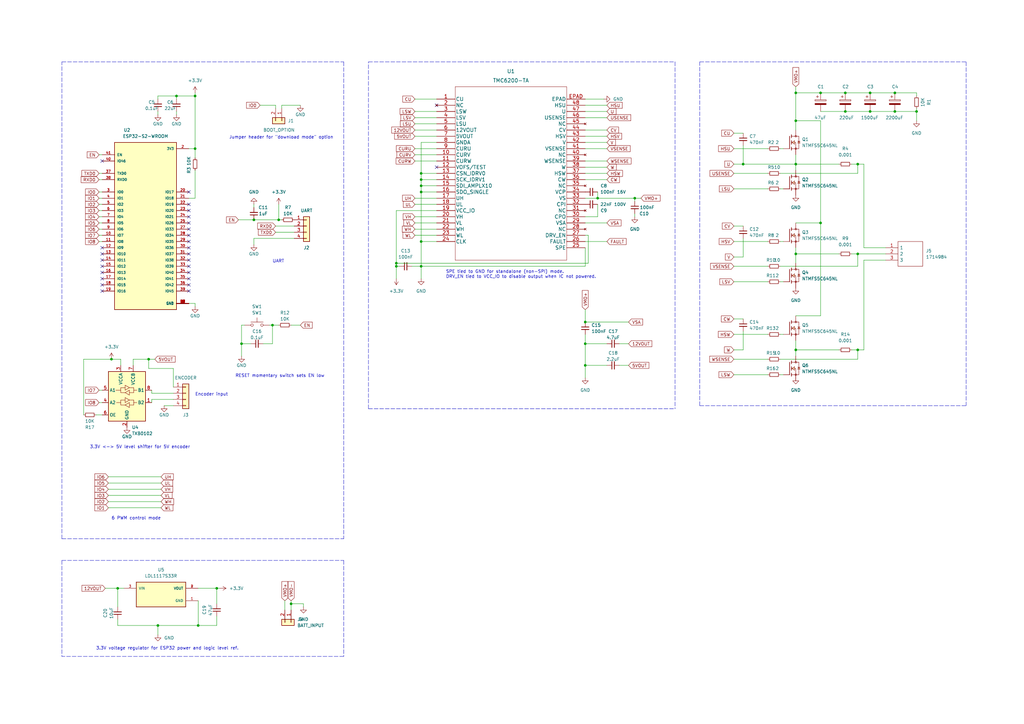
<source format=kicad_sch>
(kicad_sch (version 20211123) (generator eeschema)
  (paper "A3")
  (junction (at 240.03 140.97))
  (junction (at 119.38 247.65))
  (junction (at 356.87 45.72))
  (junction (at 375.92 45.72))
  (junction (at 336.55 38.1))
  (junction (at 172.72 99.06))
  (junction (at 80.01 60.96))
  (junction (at 172.72 109.22))
  (junction (at 351.79 143.51))
  (junction (at 172.72 73.66))
  (junction (at 60.96 147.32))
  (junction (at 356.87 38.1))
  (junction (at 367.03 45.72))
  (junction (at 326.39 143.51))
  (junction (at 162.56 107.95))
  (junction (at 162.56 109.22))
  (junction (at 240.03 149.86))
  (junction (at 304.8 67.31))
  (junction (at 326.39 49.53))
  (junction (at 172.72 76.2))
  (junction (at 104.14 90.17))
  (junction (at 336.55 91.44))
  (junction (at 367.03 38.1))
  (junction (at 114.3 90.17))
  (junction (at 111.76 133.35))
  (junction (at 326.39 38.1))
  (junction (at 81.28 256.54))
  (junction (at 45.72 147.32))
  (junction (at 80.01 39.37))
  (junction (at 240.03 132.08))
  (junction (at 346.71 45.72))
  (junction (at 172.72 71.12))
  (junction (at 351.79 67.31))
  (junction (at 326.39 104.14))
  (junction (at 351.79 104.14))
  (junction (at 245.11 81.28))
  (junction (at 260.35 81.28))
  (junction (at 172.72 78.74))
  (junction (at 72.39 39.37))
  (junction (at 346.71 38.1))
  (junction (at 64.77 256.54))
  (junction (at 326.39 67.31))
  (junction (at 88.9 241.3))
  (junction (at 99.06 140.97))
  (junction (at 48.26 241.3))
  (no_connect (at 77.47 78.74))
  (no_connect (at 77.47 83.82))
  (no_connect (at 77.47 86.36))
  (no_connect (at 77.47 88.9))
  (no_connect (at 77.47 93.98))
  (no_connect (at 77.47 91.44))
  (no_connect (at 77.47 99.06))
  (no_connect (at 77.47 96.52))
  (no_connect (at 41.91 66.04))
  (no_connect (at 77.47 109.22))
  (no_connect (at 77.47 111.76))
  (no_connect (at 77.47 114.3))
  (no_connect (at 41.91 101.6))
  (no_connect (at 41.91 104.14))
  (no_connect (at 41.91 106.68))
  (no_connect (at 77.47 101.6))
  (no_connect (at 77.47 104.14))
  (no_connect (at 77.47 106.68))
  (no_connect (at 41.91 111.76))
  (no_connect (at 41.91 109.22))
  (no_connect (at 77.47 119.38))
  (no_connect (at 77.47 116.84))
  (no_connect (at 41.91 119.38))
  (no_connect (at 41.91 116.84))
  (no_connect (at 41.91 114.3))
  (no_connect (at 179.07 68.58))
  (no_connect (at 179.07 43.18))
  (wire (pts (xy 326.39 49.53) (xy 336.55 49.53)))
  (wire (pts (xy 240.03 127) (xy 240.03 132.08)))
  (wire (pts (xy 248.92 55.88) (xy 240.03 55.88)))
  (wire (pts (xy 40.64 160.02) (xy 41.91 160.02)))
  (wire (pts (xy 248.92 48.26) (xy 240.03 48.26)))
  (wire (pts (xy 260.35 82.55) (xy 260.35 81.28)))
  (polyline (pts (xy 25.4 220.98) (xy 25.4 25.4)))
  (wire (pts (xy 162.56 107.95) (xy 241.3 107.95)))
  (wire (pts (xy 163.83 109.22) (xy 162.56 109.22)))
  (wire (pts (xy 77.47 81.28) (xy 80.01 81.28)))
  (wire (pts (xy 351.79 71.12) (xy 351.79 67.31)))
  (wire (pts (xy 245.11 83.82) (xy 245.11 88.9)))
  (wire (pts (xy 248.92 58.42) (xy 240.03 58.42)))
  (wire (pts (xy 80.01 124.46) (xy 77.47 124.46)))
  (wire (pts (xy 172.72 71.12) (xy 172.72 73.66)))
  (wire (pts (xy 240.03 96.52) (xy 241.3 96.52)))
  (wire (pts (xy 336.55 91.44) (xy 326.39 91.44)))
  (polyline (pts (xy 25.4 220.98) (xy 140.97 220.98)))
  (wire (pts (xy 170.18 55.88) (xy 179.07 55.88)))
  (wire (pts (xy 40.64 78.74) (xy 41.91 78.74)))
  (wire (pts (xy 170.18 50.8) (xy 179.07 50.8)))
  (wire (pts (xy 162.56 114.3) (xy 162.56 109.22)))
  (wire (pts (xy 99.06 140.97) (xy 99.06 133.35)))
  (wire (pts (xy 245.11 78.74) (xy 245.11 81.28)))
  (wire (pts (xy 240.03 149.86) (xy 248.92 149.86)))
  (wire (pts (xy 49.53 147.32) (xy 49.53 149.86)))
  (wire (pts (xy 104.14 83.82) (xy 104.14 85.09)))
  (wire (pts (xy 247.65 40.64) (xy 240.03 40.64)))
  (wire (pts (xy 107.95 140.97) (xy 111.76 140.97)))
  (wire (pts (xy 320.04 60.96) (xy 321.31 60.96)))
  (wire (pts (xy 115.57 44.45) (xy 115.57 43.18)))
  (wire (pts (xy 64.77 39.37) (xy 72.39 39.37)))
  (wire (pts (xy 170.18 93.98) (xy 179.07 93.98)))
  (wire (pts (xy 119.38 247.65) (xy 124.46 247.65)))
  (wire (pts (xy 64.77 45.72) (xy 64.77 46.99)))
  (wire (pts (xy 320.04 71.12) (xy 351.79 71.12)))
  (wire (pts (xy 104.14 90.17) (xy 114.3 90.17)))
  (wire (pts (xy 170.18 66.04) (xy 179.07 66.04)))
  (polyline (pts (xy 151.13 167.64) (xy 276.86 167.64)))
  (wire (pts (xy 172.72 99.06) (xy 172.72 109.22)))
  (wire (pts (xy 354.33 67.31) (xy 351.79 67.31)))
  (wire (pts (xy 179.07 58.42) (xy 172.72 58.42)))
  (wire (pts (xy 104.14 97.79) (xy 104.14 100.33)))
  (wire (pts (xy 367.03 45.72) (xy 375.92 45.72)))
  (wire (pts (xy 162.56 86.36) (xy 162.56 107.95)))
  (wire (pts (xy 162.56 107.95) (xy 162.56 109.22)))
  (polyline (pts (xy 151.13 167.64) (xy 151.13 25.4)))
  (polyline (pts (xy 140.97 25.4) (xy 140.97 220.98)))
  (wire (pts (xy 119.38 247.65) (xy 119.38 250.19)))
  (wire (pts (xy 111.76 133.35) (xy 111.76 140.97)))
  (wire (pts (xy 240.03 101.6) (xy 240.03 109.22)))
  (wire (pts (xy 115.57 90.17) (xy 114.3 90.17)))
  (wire (pts (xy 44.45 205.74) (xy 66.04 205.74)))
  (wire (pts (xy 300.99 137.16) (xy 314.96 137.16)))
  (wire (pts (xy 248.92 60.96) (xy 240.03 60.96)))
  (wire (pts (xy 300.99 153.67) (xy 314.96 153.67)))
  (wire (pts (xy 245.11 81.28) (xy 260.35 81.28)))
  (wire (pts (xy 172.72 71.12) (xy 179.07 71.12)))
  (wire (pts (xy 320.04 147.32) (xy 351.79 147.32)))
  (wire (pts (xy 48.26 256.54) (xy 64.77 256.54)))
  (wire (pts (xy 326.39 143.51) (xy 326.39 146.05)))
  (wire (pts (xy 170.18 91.44) (xy 179.07 91.44)))
  (polyline (pts (xy 25.4 229.87) (xy 25.4 269.24)))
  (wire (pts (xy 351.79 109.22) (xy 351.79 104.14)))
  (wire (pts (xy 60.96 147.32) (xy 54.61 147.32)))
  (wire (pts (xy 375.92 44.45) (xy 375.92 45.72)))
  (wire (pts (xy 170.18 40.64) (xy 179.07 40.64)))
  (polyline (pts (xy 25.4 25.4) (xy 140.97 25.4)))
  (wire (pts (xy 34.29 147.32) (xy 45.72 147.32)))
  (wire (pts (xy 240.03 88.9) (xy 245.11 88.9)))
  (wire (pts (xy 351.79 104.14) (xy 363.22 104.14)))
  (wire (pts (xy 64.77 39.37) (xy 64.77 40.64)))
  (wire (pts (xy 40.64 71.12) (xy 41.91 71.12)))
  (wire (pts (xy 71.12 151.13) (xy 60.96 151.13)))
  (wire (pts (xy 326.39 38.1) (xy 336.55 38.1)))
  (wire (pts (xy 44.45 195.58) (xy 66.04 195.58)))
  (wire (pts (xy 240.03 140.97) (xy 240.03 149.86)))
  (wire (pts (xy 40.64 93.98) (xy 41.91 93.98)))
  (wire (pts (xy 248.92 43.18) (xy 240.03 43.18)))
  (wire (pts (xy 326.39 104.14) (xy 326.39 107.95)))
  (wire (pts (xy 300.99 130.81) (xy 304.8 130.81)))
  (wire (pts (xy 349.25 104.14) (xy 351.79 104.14)))
  (wire (pts (xy 320.04 115.57) (xy 321.31 115.57)))
  (wire (pts (xy 88.9 241.3) (xy 81.28 241.3)))
  (wire (pts (xy 300.99 99.06) (xy 314.96 99.06)))
  (wire (pts (xy 119.38 246.38) (xy 119.38 247.65)))
  (wire (pts (xy 367.03 38.1) (xy 375.92 38.1)))
  (wire (pts (xy 80.01 38.1) (xy 80.01 39.37)))
  (wire (pts (xy 300.99 109.22) (xy 314.96 109.22)))
  (wire (pts (xy 172.72 73.66) (xy 179.07 73.66)))
  (wire (pts (xy 40.64 86.36) (xy 41.91 86.36)))
  (wire (pts (xy 326.39 129.54) (xy 336.55 129.54)))
  (wire (pts (xy 336.55 91.44) (xy 336.55 129.54)))
  (wire (pts (xy 254 149.86) (xy 257.81 149.86)))
  (wire (pts (xy 111.76 133.35) (xy 114.3 133.35)))
  (wire (pts (xy 300.99 71.12) (xy 314.96 71.12)))
  (wire (pts (xy 320.04 109.22) (xy 351.79 109.22)))
  (wire (pts (xy 351.79 143.51) (xy 351.79 147.32)))
  (wire (pts (xy 99.06 133.35) (xy 100.33 133.35)))
  (wire (pts (xy 81.28 256.54) (xy 88.9 256.54)))
  (wire (pts (xy 110.49 133.35) (xy 111.76 133.35)))
  (wire (pts (xy 320.04 137.16) (xy 321.31 137.16)))
  (polyline (pts (xy 140.97 229.87) (xy 140.97 269.24)))
  (wire (pts (xy 80.01 125.73) (xy 80.01 124.46)))
  (wire (pts (xy 260.35 88.9) (xy 260.35 87.63)))
  (wire (pts (xy 320.04 153.67) (xy 321.31 153.67)))
  (wire (pts (xy 172.72 99.06) (xy 179.07 99.06)))
  (wire (pts (xy 80.01 60.96) (xy 80.01 64.77)))
  (wire (pts (xy 113.03 92.71) (xy 120.65 92.71)))
  (polyline (pts (xy 287.02 166.37) (xy 396.24 166.37)))
  (wire (pts (xy 172.72 58.42) (xy 172.72 71.12)))
  (wire (pts (xy 170.18 60.96) (xy 179.07 60.96)))
  (wire (pts (xy 71.12 161.29) (xy 62.23 161.29)))
  (wire (pts (xy 97.79 90.17) (xy 104.14 90.17)))
  (wire (pts (xy 326.39 139.7) (xy 326.39 143.51)))
  (wire (pts (xy 346.71 45.72) (xy 356.87 45.72)))
  (wire (pts (xy 67.31 166.37) (xy 71.12 166.37)))
  (wire (pts (xy 172.72 78.74) (xy 179.07 78.74)))
  (wire (pts (xy 300.99 67.31) (xy 304.8 67.31)))
  (wire (pts (xy 300.99 147.32) (xy 314.96 147.32)))
  (wire (pts (xy 326.39 156.21) (xy 326.39 154.94)))
  (wire (pts (xy 72.39 46.99) (xy 72.39 45.72)))
  (wire (pts (xy 172.72 109.22) (xy 240.03 109.22)))
  (wire (pts (xy 34.29 170.18) (xy 34.29 147.32)))
  (wire (pts (xy 260.35 81.28) (xy 262.89 81.28)))
  (wire (pts (xy 375.92 45.72) (xy 375.92 49.53)))
  (wire (pts (xy 119.38 133.35) (xy 123.19 133.35)))
  (wire (pts (xy 170.18 83.82) (xy 179.07 83.82)))
  (wire (pts (xy 44.45 200.66) (xy 66.04 200.66)))
  (wire (pts (xy 40.64 165.1) (xy 41.91 165.1)))
  (wire (pts (xy 326.39 49.53) (xy 326.39 53.34)))
  (wire (pts (xy 124.46 248.92) (xy 124.46 247.65)))
  (wire (pts (xy 248.92 53.34) (xy 240.03 53.34)))
  (wire (pts (xy 60.96 151.13) (xy 60.96 147.32)))
  (wire (pts (xy 300.99 105.41) (xy 304.8 105.41)))
  (wire (pts (xy 326.39 101.6) (xy 326.39 104.14)))
  (wire (pts (xy 336.55 38.1) (xy 346.71 38.1)))
  (wire (pts (xy 80.01 69.85) (xy 80.01 81.28)))
  (wire (pts (xy 356.87 38.1) (xy 367.03 38.1)))
  (wire (pts (xy 40.64 99.06) (xy 41.91 99.06)))
  (wire (pts (xy 40.64 81.28) (xy 41.91 81.28)))
  (wire (pts (xy 248.92 71.12) (xy 240.03 71.12)))
  (wire (pts (xy 81.28 256.54) (xy 81.28 246.38)))
  (wire (pts (xy 72.39 39.37) (xy 72.39 40.64)))
  (wire (pts (xy 300.99 77.47) (xy 314.96 77.47)))
  (polyline (pts (xy 287.02 25.4) (xy 396.24 25.4)))
  (wire (pts (xy 300.99 54.61) (xy 304.8 54.61)))
  (wire (pts (xy 304.8 59.69) (xy 304.8 67.31)))
  (wire (pts (xy 40.64 96.52) (xy 41.91 96.52)))
  (wire (pts (xy 40.64 91.44) (xy 41.91 91.44)))
  (wire (pts (xy 113.03 95.25) (xy 120.65 95.25)))
  (wire (pts (xy 336.55 49.53) (xy 336.55 91.44)))
  (wire (pts (xy 48.26 241.3) (xy 50.8 241.3)))
  (wire (pts (xy 62.23 161.29) (xy 62.23 160.02)))
  (wire (pts (xy 300.99 92.71) (xy 304.8 92.71)))
  (wire (pts (xy 349.25 143.51) (xy 351.79 143.51)))
  (wire (pts (xy 170.18 88.9) (xy 179.07 88.9)))
  (wire (pts (xy 113.03 43.18) (xy 113.03 44.45)))
  (wire (pts (xy 40.64 73.66) (xy 41.91 73.66)))
  (wire (pts (xy 71.12 158.75) (xy 71.12 151.13)))
  (wire (pts (xy 63.5 147.32) (xy 60.96 147.32)))
  (wire (pts (xy 120.65 97.79) (xy 104.14 97.79)))
  (wire (pts (xy 99.06 146.05) (xy 99.06 140.97)))
  (wire (pts (xy 326.39 143.51) (xy 344.17 143.51)))
  (wire (pts (xy 90.17 241.3) (xy 88.9 241.3)))
  (polyline (pts (xy 151.13 25.4) (xy 276.86 25.4)))
  (wire (pts (xy 320.04 99.06) (xy 321.31 99.06)))
  (wire (pts (xy 240.03 81.28) (xy 245.11 81.28)))
  (wire (pts (xy 44.45 198.12) (xy 66.04 198.12)))
  (wire (pts (xy 43.18 241.3) (xy 48.26 241.3)))
  (wire (pts (xy 351.79 143.51) (xy 354.33 143.51)))
  (wire (pts (xy 170.18 81.28) (xy 179.07 81.28)))
  (wire (pts (xy 64.77 256.54) (xy 81.28 256.54)))
  (wire (pts (xy 170.18 63.5) (xy 179.07 63.5)))
  (wire (pts (xy 172.72 73.66) (xy 172.72 76.2)))
  (wire (pts (xy 326.39 104.14) (xy 344.17 104.14)))
  (wire (pts (xy 64.77 260.35) (xy 64.77 256.54)))
  (wire (pts (xy 72.39 39.37) (xy 80.01 39.37)))
  (wire (pts (xy 240.03 137.16) (xy 240.03 140.97)))
  (wire (pts (xy 172.72 76.2) (xy 179.07 76.2)))
  (polyline (pts (xy 140.97 269.24) (xy 25.4 269.24)))
  (wire (pts (xy 114.3 83.82) (xy 114.3 90.17)))
  (wire (pts (xy 62.23 163.83) (xy 62.23 165.1)))
  (wire (pts (xy 45.72 147.32) (xy 49.53 147.32)))
  (wire (pts (xy 254 140.97) (xy 257.81 140.97)))
  (wire (pts (xy 354.33 67.31) (xy 354.33 101.6)))
  (wire (pts (xy 375.92 38.1) (xy 375.92 39.37)))
  (wire (pts (xy 354.33 143.51) (xy 354.33 106.68)))
  (wire (pts (xy 172.72 114.3) (xy 172.72 109.22)))
  (wire (pts (xy 240.03 132.08) (xy 257.81 132.08)))
  (wire (pts (xy 354.33 106.68) (xy 363.22 106.68)))
  (wire (pts (xy 116.84 246.38) (xy 116.84 250.19)))
  (wire (pts (xy 354.33 101.6) (xy 363.22 101.6)))
  (wire (pts (xy 80.01 39.37) (xy 80.01 60.96)))
  (wire (pts (xy 170.18 96.52) (xy 179.07 96.52)))
  (wire (pts (xy 44.45 203.2) (xy 66.04 203.2)))
  (wire (pts (xy 351.79 67.31) (xy 349.25 67.31)))
  (wire (pts (xy 71.12 163.83) (xy 62.23 163.83)))
  (wire (pts (xy 172.72 78.74) (xy 172.72 99.06)))
  (wire (pts (xy 170.18 45.72) (xy 179.07 45.72)))
  (wire (pts (xy 99.06 140.97) (xy 102.87 140.97)))
  (wire (pts (xy 40.64 63.5) (xy 41.91 63.5)))
  (wire (pts (xy 356.87 45.72) (xy 367.03 45.72)))
  (wire (pts (xy 54.61 147.32) (xy 54.61 149.86)))
  (wire (pts (xy 115.57 43.18) (xy 123.19 43.18)))
  (wire (pts (xy 320.04 77.47) (xy 321.31 77.47)))
  (wire (pts (xy 304.8 97.79) (xy 304.8 105.41)))
  (wire (pts (xy 48.26 241.3) (xy 48.26 248.92)))
  (wire (pts (xy 48.26 254) (xy 48.26 256.54)))
  (wire (pts (xy 248.92 99.06) (xy 240.03 99.06)))
  (wire (pts (xy 240.03 140.97) (xy 248.92 140.97)))
  (wire (pts (xy 170.18 53.34) (xy 179.07 53.34)))
  (wire (pts (xy 326.39 38.1) (xy 326.39 49.53)))
  (wire (pts (xy 300.99 115.57) (xy 314.96 115.57)))
  (wire (pts (xy 248.92 73.66) (xy 240.03 73.66)))
  (wire (pts (xy 326.39 35.56) (xy 326.39 38.1)))
  (wire (pts (xy 106.68 43.18) (xy 113.03 43.18)))
  (wire (pts (xy 300.99 60.96) (xy 314.96 60.96)))
  (wire (pts (xy 40.64 88.9) (xy 41.91 88.9)))
  (wire (pts (xy 170.18 48.26) (xy 179.07 48.26)))
  (wire (pts (xy 248.92 68.58) (xy 240.03 68.58)))
  (wire (pts (xy 241.3 96.52) (xy 241.3 107.95)))
  (wire (pts (xy 80.01 60.96) (xy 77.47 60.96)))
  (wire (pts (xy 168.91 109.22) (xy 172.72 109.22)))
  (wire (pts (xy 172.72 76.2) (xy 172.72 78.74)))
  (polyline (pts (xy 276.86 25.4) (xy 276.86 167.64)))
  (wire (pts (xy 179.07 86.36) (xy 162.56 86.36)))
  (wire (pts (xy 248.92 45.72) (xy 240.03 45.72)))
  (wire (pts (xy 336.55 45.72) (xy 346.71 45.72)))
  (polyline (pts (xy 25.4 229.87) (xy 140.97 229.87)))
  (wire (pts (xy 300.99 143.51) (xy 304.8 143.51)))
  (wire (pts (xy 304.8 67.31) (xy 326.39 67.31)))
  (wire (pts (xy 326.39 63.5) (xy 326.39 67.31)))
  (polyline (pts (xy 396.24 25.4) (xy 396.24 166.37)))
  (wire (pts (xy 304.8 135.89) (xy 304.8 143.51)))
  (polyline (pts (xy 287.02 166.37) (xy 287.02 25.4)))
  (wire (pts (xy 88.9 252.73) (xy 88.9 256.54)))
  (wire (pts (xy 88.9 241.3) (xy 88.9 247.65)))
  (wire (pts (xy 39.37 170.18) (xy 41.91 170.18)))
  (wire (pts (xy 240.03 149.86) (xy 240.03 154.94)))
  (wire (pts (xy 248.92 91.44) (xy 240.03 91.44)))
  (wire (pts (xy 326.39 67.31) (xy 326.39 69.85)))
  (wire (pts (xy 326.39 67.31) (xy 344.17 67.31)))
  (wire (pts (xy 346.71 38.1) (xy 356.87 38.1)))
  (wire (pts (xy 248.92 66.04) (xy 240.03 66.04)))
  (wire (pts (xy 44.45 208.28) (xy 66.04 208.28)))
  (wire (pts (xy 40.64 83.82) (xy 41.91 83.82)))
  (text "UART" (at 111.76 107.95 0) (effects (font (size 1.27 1.27)) (justify left bottom)))
  (text "6 PWM control mode" (at 45.72 213.36 0) (effects (font (size 1.27 1.27)) (justify left bottom)))
  (text "3.3V voltage regulator for ESP32 power and logic level ref." (at 39.37 266.7 0) (effects (font (size 1.27 1.27)) (justify left bottom)))
  (text "Jumper header for \"download mode\" option" (at 93.98 57.15 0) (effects (font (size 1.27 1.27)) (justify left bottom)))
  (text "RESET momentary switch sets EN low" (at 96.52 154.94 0) (effects (font (size 1.27 1.27)) (justify left bottom)))
  (text "3.3V <-> 5V level shifter for 5V encoder" (at 36.83 184.15 0) (effects (font (size 1.27 1.27)) (justify left bottom)))
  (text "SPE tied to GND for standalone (non-SPI) mode.\nDRV_EN tied to VCC_IO to disable output when IC not powered." (at 182.88 114.3 0) (effects (font (size 1.27 1.27)) (justify left bottom)))
  (text "Encoder input" (at 80.01 162.56 0) (effects (font (size 1.27 1.27)) (justify left bottom)))
  (global_label "LSV" (shape input) (at 300.99 115.57 180) (property "Intersheet References" "${INTERSHEET_REFS}" (effects hide)))
  (global_label "EN" (shape input) (at 40.64 63.5 180) (property "Intersheet References" "${INTERSHEET_REFS}" (effects hide)))
  (global_label "IO1" (shape input) (at 44.45 208.28 180) (property "Intersheet References" "${INTERSHEET_REFS}" (effects hide)))
  (global_label "5VOUT" (shape input) (at 170.18 55.88 180) (property "Intersheet References" "${INTERSHEET_REFS}" (effects hide)))
  (global_label "IO6" (shape input) (at 40.64 93.98 180) (property "Intersheet References" "${INTERSHEET_REFS}" (effects hide)))
  (global_label "EN" (shape input) (at 97.79 90.17 180) (property "Intersheet References" "${INTERSHEET_REFS}" (effects hide)))
  (global_label "RXD0" (shape input) (at 40.64 73.66 180) (property "Intersheet References" "${INTERSHEET_REFS}" (effects hide)))
  (global_label "VSENSE" (shape input) (at 248.92 60.96 0) (property "Intersheet References" "${INTERSHEET_REFS}" (effects hide)))
  (global_label "IO0" (shape input) (at 106.68 43.18 180) (property "Intersheet References" "${INTERSHEET_REFS}" (effects hide)))
  (global_label "5VOUT" (shape input) (at 257.81 149.86 0) (property "Intersheet References" "${INTERSHEET_REFS}" (effects hide)))
  (global_label "IO8" (shape input) (at 40.64 165.1 180) (property "Intersheet References" "${INTERSHEET_REFS}" (effects hide)))
  (global_label "UH" (shape input) (at 66.04 195.58 0) (property "Intersheet References" "${INTERSHEET_REFS}" (effects hide)))
  (global_label "VL" (shape input) (at 170.18 91.44 180) (property "Intersheet References" "${INTERSHEET_REFS}" (effects hide)))
  (global_label "V" (shape input) (at 300.99 105.41 180) (property "Intersheet References" "${INTERSHEET_REFS}" (effects hide)))
  (global_label "VSENSE" (shape input) (at 300.99 109.22 180) (property "Intersheet References" "${INTERSHEET_REFS}" (effects hide)))
  (global_label "CURU" (shape input) (at 170.18 60.96 180) (property "Intersheet References" "${INTERSHEET_REFS}" (effects hide)))
  (global_label "UL" (shape input) (at 66.04 198.12 0) (property "Intersheet References" "${INTERSHEET_REFS}" (effects hide)))
  (global_label "UL" (shape input) (at 170.18 83.82 180) (property "Intersheet References" "${INTERSHEET_REFS}" (effects hide)))
  (global_label "VH" (shape input) (at 66.04 200.66 0) (property "Intersheet References" "${INTERSHEET_REFS}" (effects hide)))
  (global_label "IO2" (shape input) (at 44.45 205.74 180) (property "Intersheet References" "${INTERSHEET_REFS}" (effects hide)))
  (global_label "UH" (shape input) (at 170.18 81.28 180) (property "Intersheet References" "${INTERSHEET_REFS}" (effects hide)))
  (global_label "V" (shape input) (at 248.92 58.42 0) (property "Intersheet References" "${INTERSHEET_REFS}" (effects hide)))
  (global_label "IO1" (shape input) (at 40.64 81.28 180) (property "Intersheet References" "${INTERSHEET_REFS}" (effects hide)))
  (global_label "HSU" (shape input) (at 248.92 43.18 0) (property "Intersheet References" "${INTERSHEET_REFS}" (effects hide)))
  (global_label "CV" (shape input) (at 300.99 92.71 180) (property "Intersheet References" "${INTERSHEET_REFS}" (effects hide)))
  (global_label "5VOUT" (shape input) (at 63.5 147.32 0) (property "Intersheet References" "${INTERSHEET_REFS}" (effects hide)))
  (global_label "TXD0" (shape input) (at 113.03 95.25 180) (property "Intersheet References" "${INTERSHEET_REFS}" (effects hide)))
  (global_label "CU" (shape input) (at 170.18 40.64 180) (property "Intersheet References" "${INTERSHEET_REFS}" (effects hide)))
  (global_label "HSV" (shape input) (at 248.92 55.88 0) (property "Intersheet References" "${INTERSHEET_REFS}" (effects hide)))
  (global_label "CURW" (shape input) (at 170.18 66.04 180) (property "Intersheet References" "${INTERSHEET_REFS}" (effects hide)))
  (global_label "VH" (shape input) (at 170.18 88.9 180) (property "Intersheet References" "${INTERSHEET_REFS}" (effects hide)))
  (global_label "CW" (shape input) (at 300.99 130.81 180) (property "Intersheet References" "${INTERSHEET_REFS}" (effects hide)))
  (global_label "U" (shape input) (at 300.99 67.31 180) (property "Intersheet References" "${INTERSHEET_REFS}" (effects hide)))
  (global_label "IO5" (shape input) (at 44.45 198.12 180) (property "Intersheet References" "${INTERSHEET_REFS}" (effects hide)))
  (global_label "USENSE" (shape input) (at 248.92 48.26 0) (property "Intersheet References" "${INTERSHEET_REFS}" (effects hide)))
  (global_label "W" (shape input) (at 300.99 143.51 180) (property "Intersheet References" "${INTERSHEET_REFS}" (effects hide)))
  (global_label "IO5" (shape input) (at 40.64 91.44 180) (property "Intersheet References" "${INTERSHEET_REFS}" (effects hide)))
  (global_label "VMO+" (shape input) (at 262.89 81.28 0) (property "Intersheet References" "${INTERSHEET_REFS}" (effects hide)))
  (global_label "VSA" (shape input) (at 257.81 132.08 0) (property "Intersheet References" "${INTERSHEET_REFS}" (effects hide)))
  (global_label "IO0" (shape input) (at 40.64 78.74 180) (property "Intersheet References" "${INTERSHEET_REFS}" (effects hide)))
  (global_label "WH" (shape input) (at 170.18 93.98 180) (property "Intersheet References" "${INTERSHEET_REFS}" (effects hide)))
  (global_label "HSW" (shape input) (at 300.99 137.16 180) (property "Intersheet References" "${INTERSHEET_REFS}" (effects hide)))
  (global_label "WL" (shape input) (at 170.18 96.52 180) (property "Intersheet References" "${INTERSHEET_REFS}" (effects hide)))
  (global_label "IO2" (shape input) (at 40.64 83.82 180) (property "Intersheet References" "${INTERSHEET_REFS}" (effects hide)))
  (global_label "FAULT" (shape input) (at 248.92 99.06 0) (property "Intersheet References" "${INTERSHEET_REFS}" (effects hide)))
  (global_label "IO4" (shape input) (at 40.64 88.9 180) (property "Intersheet References" "${INTERSHEET_REFS}" (effects hide)))
  (global_label "VMO+" (shape input) (at 240.03 127 90) (property "Intersheet References" "${INTERSHEET_REFS}" (effects hide)))
  (global_label "VSA" (shape input) (at 248.92 91.44 0) (property "Intersheet References" "${INTERSHEET_REFS}" (effects hide)))
  (global_label "WSENSE" (shape input) (at 248.92 66.04 0) (property "Intersheet References" "${INTERSHEET_REFS}" (effects hide)))
  (global_label "VL" (shape input) (at 66.04 203.2 0) (property "Intersheet References" "${INTERSHEET_REFS}" (effects hide)))
  (global_label "HSW" (shape input) (at 248.92 71.12 0) (property "Intersheet References" "${INTERSHEET_REFS}" (effects hide)))
  (global_label "TXD0" (shape input) (at 40.64 71.12 180) (property "Intersheet References" "${INTERSHEET_REFS}" (effects hide)))
  (global_label "IO3" (shape input) (at 44.45 203.2 180) (property "Intersheet References" "${INTERSHEET_REFS}" (effects hide)))
  (global_label "HSV" (shape input) (at 300.99 99.06 180) (property "Intersheet References" "${INTERSHEET_REFS}" (effects hide)))
  (global_label "LSU" (shape input) (at 300.99 77.47 180) (property "Intersheet References" "${INTERSHEET_REFS}" (effects hide)))
  (global_label "VMO-" (shape input) (at 119.38 246.38 90) (property "Intersheet References" "${INTERSHEET_REFS}" (effects hide)))
  (global_label "WH" (shape input) (at 66.04 205.74 0) (property "Intersheet References" "${INTERSHEET_REFS}" (effects hide)))
  (global_label "CV" (shape input) (at 248.92 53.34 0) (property "Intersheet References" "${INTERSHEET_REFS}" (effects hide)))
  (global_label "WSENSE" (shape input) (at 300.99 147.32 180) (property "Intersheet References" "${INTERSHEET_REFS}" (effects hide)))
  (global_label "LSW" (shape input) (at 170.18 45.72 180) (property "Intersheet References" "${INTERSHEET_REFS}" (effects hide)))
  (global_label "VMO+" (shape input) (at 326.39 35.56 90) (property "Intersheet References" "${INTERSHEET_REFS}" (effects hide)))
  (global_label "RXD0" (shape input) (at 113.03 92.71 180) (property "Intersheet References" "${INTERSHEET_REFS}" (effects hide)))
  (global_label "IO8" (shape input) (at 40.64 99.06 180) (property "Intersheet References" "${INTERSHEET_REFS}" (effects hide)))
  (global_label "WL" (shape input) (at 66.04 208.28 0) (property "Intersheet References" "${INTERSHEET_REFS}" (effects hide)))
  (global_label "U" (shape input) (at 248.92 45.72 0) (property "Intersheet References" "${INTERSHEET_REFS}" (effects hide)))
  (global_label "IO4" (shape input) (at 44.45 200.66 180) (property "Intersheet References" "${INTERSHEET_REFS}" (effects hide)))
  (global_label "CW" (shape input) (at 248.92 73.66 0) (property "Intersheet References" "${INTERSHEET_REFS}" (effects hide)))
  (global_label "12VOUT" (shape input) (at 170.18 53.34 180) (property "Intersheet References" "${INTERSHEET_REFS}" (effects hide)))
  (global_label "LSU" (shape input) (at 170.18 50.8 180) (property "Intersheet References" "${INTERSHEET_REFS}" (effects hide)))
  (global_label "12VOUT" (shape input) (at 257.81 140.97 0) (property "Intersheet References" "${INTERSHEET_REFS}" (effects hide)))
  (global_label "IO3" (shape input) (at 40.64 86.36 180) (property "Intersheet References" "${INTERSHEET_REFS}" (effects hide)))
  (global_label "W" (shape input) (at 248.92 68.58 0) (property "Intersheet References" "${INTERSHEET_REFS}" (effects hide)))
  (global_label "CU" (shape input) (at 300.99 54.61 180) (property "Intersheet References" "${INTERSHEET_REFS}" (effects hide)))
  (global_label "12VOUT" (shape input) (at 43.18 241.3 180) (property "Intersheet References" "${INTERSHEET_REFS}" (effects hide)))
  (global_label "USENSE" (shape input) (at 300.99 71.12 180) (property "Intersheet References" "${INTERSHEET_REFS}" (effects hide)))
  (global_label "IO7" (shape input) (at 40.64 96.52 180) (property "Intersheet References" "${INTERSHEET_REFS}" (effects hide)))
  (global_label "LSW" (shape input) (at 300.99 153.67 180) (property "Intersheet References" "${INTERSHEET_REFS}" (effects hide)))
  (global_label "CURV" (shape input) (at 170.18 63.5 180) (property "Intersheet References" "${INTERSHEET_REFS}" (effects hide)))
  (global_label "VMO+" (shape input) (at 116.84 246.38 90) (property "Intersheet References" "${INTERSHEET_REFS}" (effects hide)))
  (global_label "EN" (shape input) (at 123.19 133.35 0) (property "Intersheet References" "${INTERSHEET_REFS}" (effects hide)))
  (global_label "IO6" (shape input) (at 44.45 195.58 180) (property "Intersheet References" "${INTERSHEET_REFS}" (effects hide)))
  (global_label "LSV" (shape input) (at 170.18 48.26 180) (property "Intersheet References" "${INTERSHEET_REFS}" (effects hide)))
  (global_label "HSU" (shape input) (at 300.99 60.96 180) (property "Intersheet References" "${INTERSHEET_REFS}" (effects hide)))
  (global_label "IO7" (shape input) (at 40.64 160.02 180) (property "Intersheet References" "${INTERSHEET_REFS}" (effects hide)))
  (symbol (lib_id "Device:C_Small") (at 64.77 43.18 180) (unit 1)
    (property "Reference" "C5" (at 62.23 41.91 0))
    (property "Value" "0.1uF" (at 62.23 44.45 0))
    (property "Footprint" "Capacitor_SMD:C_0402_1005Metric" (effects hide))
  )
  (symbol (lib_id "Device:C_Small") (at 242.57 83.82 90) (unit 1)
    (property "Reference" "C9" (at 247.65 86.36 90))
    (property "Value" "22nF 100V" (at 251.46 83.82 90))
    (property "Footprint" "Capacitor_SMD:C_0402_1005Metric" (effects hide))
  )
  (symbol (lib_id "NTMFS5C628NLT1G:NTMFS5C628NLT1G") (at 326.39 113.03 0) (unit 1)
    (property "Reference" "Q4" (at 328.93 111.7599 0) (effects (justify left)))
    (property "Value" "NTMFS5C645NL" (at 328.93 114.2999 0) (effects (justify left)))
    (property "Footprint" "NTMFS5C628NLT1G:TRANS_NTMFS5C628NLT1G" (effects hide))
    (property "PARTREV" "1" (effects hide))
    (property "STANDARD" "Manufacturer recommendations" (effects hide))
    (property "MAXIMUM_PACKAGE_HEIGHT" "1.1 mm" (effects hide))
    (property "MANUFACTURER" "ON Semiconductor" (effects hide))
  )
  (symbol (lib_id "Device:C_Small") (at 251.46 149.86 90) (unit 1)
    (property "Reference" "C18" (at 251.46 144.78 90))
    (property "Value" "2.2uF" (at 251.46 147.32 90))
    (property "Footprint" "Capacitor_SMD:C_0402_1005Metric" (effects hide))
  )
  (symbol (lib_id "Logic_LevelTranslator:TXB0102DCT") (at 52.07 162.56 0) (unit 1)
    (property "Reference" "U4" (at 54.0894 175.26 0) (effects (justify left)))
    (property "Value" "TXB0102" (at 54.0894 177.8 0) (effects (justify left)))
    (property "Footprint" "Package_SO:TSSOP-8_3x3mm_P0.65mm" (effects hide))
    (property "Datasheet" "http://www.ti.com/lit/ds/symlink/txb0102.pdf" (effects hide))
  )
  (symbol (lib_id "Device:C_Small") (at 260.35 85.09 0) (unit 1)
    (property "Reference" "C10" (at 264.16 87.63 0))
    (property "Value" "100nF" (at 265.43 85.09 0))
    (property "Footprint" "Capacitor_SMD:C_0402_1005Metric" (effects hide))
  )
  (symbol (lib_id "Device:R_Small") (at 36.83 170.18 90) (unit 1)
    (property "Reference" "R17" (at 36.83 175.26 90))
    (property "Value" "10K" (at 36.83 172.72 90))
    (property "Footprint" "Resistor_SMD:R_0603_1608Metric_Pad0.98x0.95mm_HandSolder" (effects hide))
  )
  (symbol (lib_id "power:GND") (at 64.77 46.99 0) (unit 1)
    (property "Reference" "#PWR04" (effects hide))
    (property "Value" "GND" (at 64.77 50.8 0))
  )
  (symbol (lib_id "power:GND") (at 67.31 166.37 0) (unit 1)
    (property "Reference" "#PWR020" (effects hide))
    (property "Value" "GND" (at 67.31 170.18 0))
  )
  (symbol (lib_id "Connector_Generic:Conn_01x02") (at 119.38 255.27 270) (unit 1)
    (property "Reference" "J4" (at 121.92 253.9999 90) (effects (justify left)))
    (property "Value" "BATT_INPUT" (at 121.92 256.5399 90) (effects (justify left)))
    (property "Footprint" "Connector_AMASS:AMASS_XT60-M_1x02_P7.20mm_Vertical" (effects hide))
  )
  (symbol (lib_id "power:GND") (at 64.77 260.35 0) (unit 1)
    (property "Reference" "#PWR023" (effects hide))
    (property "Value" "GND" (at 67.31 261.6199 0) (effects (justify left)))
  )
  (symbol (lib_id "Device:C_Small") (at 251.46 140.97 90) (unit 1)
    (property "Reference" "C17" (at 251.46 135.89 90))
    (property "Value" "4.7uF" (at 251.46 138.43 90))
    (property "Footprint" "Capacitor_SMD:C_0402_1005Metric" (effects hide))
  )
  (symbol (lib_id "Device:R_Small") (at 317.5 77.47 90) (unit 1)
    (property "Reference" "R6" (at 316.23 74.93 90))
    (property "Value" "2" (at 318.77 74.93 90))
    (property "Footprint" "Resistor_SMD:R_0603_1608Metric_Pad0.98x0.95mm_HandSolder" (effects hide))
  )
  (symbol (lib_id "power:+3.3V") (at 80.01 38.1 0) (unit 1)
    (property "Reference" "#PWR01" (effects hide))
    (property "Value" "+3.3V" (at 80.01 33.02 0))
  )
  (symbol (lib_id "Device:C_Small") (at 242.57 78.74 90) (unit 1)
    (property "Reference" "C8" (at 247.65 76.2 90))
    (property "Value" "100nF 16V" (at 251.46 78.74 90))
    (property "Footprint" "Capacitor_SMD:C_0402_1005Metric" (effects hide))
  )
  (symbol (lib_id "Device:C_Small") (at 72.39 43.18 180) (unit 1)
    (property "Reference" "C6" (at 69.85 41.91 0))
    (property "Value" "22uF" (at 69.85 44.45 0))
    (property "Footprint" "Capacitor_SMD:C_0402_1005Metric" (effects hide))
  )
  (symbol (lib_id "power:+3.3V") (at 162.56 114.3 180) (unit 1)
    (property "Reference" "#PWR012" (effects hide))
    (property "Value" "+3.3V" (at 162.56 119.38 0))
  )
  (symbol (lib_id "Device:R_Small") (at 317.5 153.67 90) (unit 1)
    (property "Reference" "R16" (at 316.23 151.13 90))
    (property "Value" "2" (at 318.77 151.13 90))
    (property "Footprint" "Resistor_SMD:R_0603_1608Metric_Pad0.98x0.95mm_HandSolder" (effects hide))
  )
  (symbol (lib_id "NTMFS5C628NLT1G:NTMFS5C628NLT1G") (at 326.39 151.13 0) (unit 1)
    (property "Reference" "Q6" (at 328.93 149.8599 0) (effects (justify left)))
    (property "Value" "NTMFS5C645NL" (at 328.93 152.3999 0) (effects (justify left)))
    (property "Footprint" "NTMFS5C628NLT1G:TRANS_NTMFS5C628NLT1G" (effects hide))
    (property "PARTREV" "1" (effects hide))
    (property "STANDARD" "Manufacturer recommendations" (effects hide))
    (property "MAXIMUM_PACKAGE_HEIGHT" "1.1 mm" (effects hide))
    (property "MANUFACTURER" "ON Semiconductor" (effects hide))
  )
  (symbol (lib_id "power:GND") (at 99.06 146.05 0) (unit 1)
    (property "Reference" "#PWR016" (effects hide))
    (property "Value" "GND" (at 99.06 149.86 0))
  )
  (symbol (lib_id "power:GND") (at 375.92 49.53 0) (unit 1)
    (property "Reference" "#PWR06" (effects hide))
    (property "Value" "GND" (at 375.92 54.61 0))
  )
  (symbol (lib_id "power:GND") (at 326.39 118.11 0) (unit 1)
    (property "Reference" "#PWR014" (effects hide))
    (property "Value" "GND" (at 326.39 123.19 0))
  )
  (symbol (lib_id "Device:C_Small") (at 240.03 134.62 0) (unit 1)
    (property "Reference" "C15" (at 242.57 133.3562 0) (effects (justify left)))
    (property "Value" "100nF" (at 242.57 135.8962 0) (effects (justify left)))
    (property "Footprint" "Capacitor_SMD:C_0402_1005Metric" (effects hide))
  )
  (symbol (lib_id "Device:C_Small") (at 304.8 95.25 0) (unit 1)
    (property "Reference" "C12" (at 307.34 93.9862 0) (effects (justify left)))
    (property "Value" "470nF" (at 307.34 96.5262 0) (effects (justify left)))
    (property "Footprint" "Capacitor_SMD:C_0402_1005Metric" (effects hide))
  )
  (symbol (lib_id "Device:R_Small") (at 317.5 60.96 90) (unit 1)
    (property "Reference" "R2" (at 316.23 58.42 90))
    (property "Value" "2" (at 318.77 58.42 90))
    (property "Footprint" "Resistor_SMD:R_0603_1608Metric_Pad0.98x0.95mm_HandSolder" (effects hide))
  )
  (symbol (lib_id "Device:C_Small") (at 304.8 57.15 0) (unit 1)
    (property "Reference" "C7" (at 307.34 55.8862 0) (effects (justify left)))
    (property "Value" "470nF" (at 307.34 58.4262 0) (effects (justify left)))
    (property "Footprint" "Capacitor_SMD:C_0402_1005Metric" (effects hide))
  )
  (symbol (lib_id "power:GND") (at 240.03 154.94 0) (unit 1)
    (property "Reference" "#PWR018" (effects hide))
    (property "Value" "GND" (at 240.03 160.02 0))
  )
  (symbol (lib_id "Device:R_Small") (at 346.71 67.31 90) (unit 1)
    (property "Reference" "R4" (at 346.71 60.96 90))
    (property "Value" "0.001" (at 346.71 63.5 90))
    (property "Footprint" "Resistor_SMD:R_0603_1608Metric_Pad0.98x0.95mm_HandSolder" (effects hide))
  )
  (symbol (lib_id "TMC6200-TA:TMC6200-TA") (at 179.07 40.64 0) (unit 1)
    (property "Reference" "U1" (at 209.55 29.21 0) (effects (font (size 1.524 1.524))))
    (property "Value" "TMC6200-TA" (at 209.55 33.02 0) (effects (font (size 1.524 1.524))))
    (property "Footprint" "footprints:TMC6200-TA" (effects hide))
  )
  (symbol (lib_id "Connector_Generic:Conn_01x04") (at 125.73 92.71 0) (unit 1)
    (property "Reference" "J2" (at 125.73 101.6 0))
    (property "Value" "UART" (at 125.73 86.36 0))
    (property "Footprint" "Connector_PinHeader_2.54mm:PinHeader_1x04_P2.54mm_Vertical" (effects hide))
  )
  (symbol (lib_id "Device:R_Small") (at 317.5 147.32 90) (unit 1)
    (property "Reference" "R15" (at 316.23 144.78 90))
    (property "Value" "10" (at 318.77 144.78 90))
    (property "Footprint" "Resistor_SMD:R_0603_1608Metric_Pad0.98x0.95mm_HandSolder" (effects hide))
  )
  (symbol (lib_id "NTMFS5C628NLT1G:NTMFS5C628NLT1G") (at 326.39 134.62 0) (unit 1)
    (property "Reference" "Q5" (at 328.93 133.3499 0) (effects (justify left)))
    (property "Value" "NTMFS5C645NL" (at 328.93 135.8899 0) (effects (justify left)))
    (property "Footprint" "NTMFS5C628NLT1G:TRANS_NTMFS5C628NLT1G" (effects hide))
    (property "PARTREV" "1" (effects hide))
    (property "STANDARD" "Manufacturer recommendations" (effects hide))
    (property "MAXIMUM_PACKAGE_HEIGHT" "1.1 mm" (effects hide))
    (property "MANUFACTURER" "ON Semiconductor" (effects hide))
  )
  (symbol (lib_id "Device:C_Polarized") (at 356.87 41.91 0) (unit 1)
    (property "Reference" "C3" (at 355.6 35.56 0) (effects (justify left)))
    (property "Value" "1500uF" (at 353.06 48.26 0) (effects (justify left)))
    (property "Footprint" "Capacitor_SMD:CP_Elec_10x10.5" (effects hide))
  )
  (symbol (lib_id "power:GND") (at 123.19 43.18 0) (unit 1)
    (property "Reference" "#PWR03" (effects hide))
    (property "Value" "GND" (at 123.19 46.99 0))
  )
  (symbol (lib_id "Switch:SW_Push") (at 105.41 133.35 0) (unit 1)
    (property "Reference" "SW1" (at 105.41 125.73 0))
    (property "Value" "SW1" (at 105.41 128.27 0))
    (property "Footprint" "Button_Switch_SMD:SW_Push_1P1T_NO_CK_PTS125Sx43PSMTR" (effects hide))
  )
  (symbol (lib_id "Device:R_Small") (at 346.71 143.51 90) (unit 1)
    (property "Reference" "R14" (at 346.71 137.16 90))
    (property "Value" "0.001" (at 346.71 139.7 90))
    (property "Footprint" "Resistor_SMD:R_0603_1608Metric_Pad0.98x0.95mm_HandSolder" (effects hide))
  )
  (symbol (lib_id "Device:R_Small") (at 116.84 133.35 270) (unit 1)
    (property "Reference" "R12" (at 116.84 128.27 90))
    (property "Value" "10K" (at 116.84 130.81 90))
    (property "Footprint" "Resistor_SMD:R_0603_1608Metric_Pad0.98x0.95mm_HandSolder" (effects hide))
  )
  (symbol (lib_id "Connector_Generic:Conn_01x02") (at 115.57 49.53 270) (unit 1)
    (property "Reference" "J1" (at 118.11 49.53 90) (effects (justify left)))
    (property "Value" "BOOT_OPTION" (at 107.95 53.34 90) (effects (justify left)))
    (property "Footprint" "Connector_PinHeader_2.54mm:PinHeader_1x02_P2.54mm_Vertical" (effects hide))
  )
  (symbol (lib_id "NTMFS5C628NLT1G:NTMFS5C628NLT1G") (at 326.39 96.52 0) (unit 1)
    (property "Reference" "Q3" (at 328.93 95.2499 0) (effects (justify left)))
    (property "Value" "NTMFS5C645NL" (at 328.93 97.7899 0) (effects (justify left)))
    (property "Footprint" "NTMFS5C628NLT1G:TRANS_NTMFS5C628NLT1G" (effects hide))
    (property "PARTREV" "1" (effects hide))
    (property "STANDARD" "Manufacturer recommendations" (effects hide))
    (property "MAXIMUM_PACKAGE_HEIGHT" "1.1 mm" (effects hide))
    (property "MANUFACTURER" "ON Semiconductor" (effects hide))
  )
  (symbol (lib_id "ESP32-S2-WROOM:ESP32-S2-WROOM") (at 59.69 93.98 0) (unit 1)
    (property "Reference" "U2" (at 52.07 53.34 0))
    (property "Value" "ESP32-S2-WROOM" (at 59.69 55.88 0))
    (property "Footprint" "ESP32-S2-WROOM:XCVR_ESP32-S2-WROOM" (effects hide))
    (property "Availability" "In Stock" (effects hide))
    (property "MP" "ESP32-S2-WROOM" (effects hide))
    (property "Description" "WiFi 802.11b/g/n Transceiver Module 2.4GHz Antenna Not Included, I-PEX Surface Mount" (effects hide))
    (property "Price" "None" (effects hide))
    (property "MF" "Espressif Systems" (effects hide))
    (property "Purchase-URL" "https://pricing.snapeda.com/search/part/ESP32-S2-WROOM/?ref=eda" (effects hide))
    (property "Package" "NON STANDARD Espressif Systems" (effects hide))
  )
  (symbol (lib_id "power:GND") (at 104.14 100.33 0) (unit 1)
    (property "Reference" "#PWR011" (effects hide))
    (property "Value" "GND" (at 104.14 104.14 0))
  )
  (symbol (lib_id "power:GND") (at 80.01 125.73 0) (unit 1)
    (property "Reference" "#PWR015" (effects hide))
    (property "Value" "GND" (at 80.01 129.54 0))
  )
  (symbol (lib_id "Device:R_Small") (at 375.92 41.91 0) (unit 1)
    (property "Reference" "R1" (at 381 41.91 90))
    (property "Value" "10K" (at 378.46 41.91 90))
    (property "Footprint" "Resistor_SMD:R_0603_1608Metric_Pad0.98x0.95mm_HandSolder" (effects hide))
  )
  (symbol (lib_id "Device:C_Small") (at 88.9 250.19 180) (unit 1)
    (property "Reference" "C19" (at 83.82 250.19 90))
    (property "Value" "47uF" (at 86.36 250.19 90))
    (property "Footprint" "Capacitor_SMD:CP_Elec_6.3x7.7" (effects hide))
  )
  (symbol (lib_id "Device:R_Small") (at 118.11 90.17 270) (unit 1)
    (property "Reference" "R7" (at 118.11 85.09 90))
    (property "Value" "10K" (at 118.11 87.63 90))
    (property "Footprint" "Resistor_SMD:R_0603_1608Metric_Pad0.98x0.95mm_HandSolder" (effects hide))
  )
  (symbol (lib_id "power:GND") (at 72.39 46.99 0) (unit 1)
    (property "Reference" "#PWR05" (effects hide))
    (property "Value" "GND" (at 72.39 50.8 0))
  )
  (symbol (lib_id "Device:R_Small") (at 317.5 115.57 90) (unit 1)
    (property "Reference" "R11" (at 316.23 113.03 90))
    (property "Value" "2" (at 318.77 113.03 90))
    (property "Footprint" "Resistor_SMD:R_0603_1608Metric_Pad0.98x0.95mm_HandSolder" (effects hide))
  )
  (symbol (lib_id "power:GND") (at 326.39 154.94 0) (unit 1)
    (property "Reference" "#PWR019" (effects hide))
    (property "Value" "GND" (at 326.39 160.02 0))
  )
  (symbol (lib_id "Device:C_Polarized") (at 346.71 41.91 0) (unit 1)
    (property "Reference" "C2" (at 345.44 35.56 0) (effects (justify left)))
    (property "Value" "220uF" (at 344.17 48.26 0) (effects (justify left)))
    (property "Footprint" "Capacitor_SMD:CP_Elec_10x10.5" (effects hide))
  )
  (symbol (lib_id "Device:R_Small") (at 80.01 67.31 180) (unit 1)
    (property "Reference" "R3" (at 77.47 69.85 90))
    (property "Value" "10K" (at 77.47 66.04 90))
    (property "Footprint" "Resistor_SMD:R_0603_1608Metric_Pad0.98x0.95mm_HandSolder" (effects hide))
  )
  (symbol (lib_id "Device:R_Small") (at 317.5 99.06 90) (unit 1)
    (property "Reference" "R8" (at 316.23 96.52 90))
    (property "Value" "2" (at 318.77 96.52 90))
    (property "Footprint" "Resistor_SMD:R_0603_1608Metric_Pad0.98x0.95mm_HandSolder" (effects hide))
  )
  (symbol (lib_id "Device:C_Small") (at 166.37 109.22 90) (unit 1)
    (property "Reference" "C13" (at 166.3763 102.87 90))
    (property "Value" "100nF" (at 166.3763 105.41 90))
    (property "Footprint" "Capacitor_SMD:C_0402_1005Metric" (effects hide))
  )
  (symbol (lib_id "power:GND") (at 124.46 248.92 0) (unit 1)
    (property "Reference" "#PWR024" (effects hide))
    (property "Value" "GND" (at 124.46 254 0))
  )
  (symbol (lib_id "Device:R_Small") (at 317.5 71.12 90) (unit 1)
    (property "Reference" "R5" (at 316.23 68.58 90))
    (property "Value" "10" (at 318.77 68.58 90))
    (property "Footprint" "Resistor_SMD:R_0603_1608Metric_Pad0.98x0.95mm_HandSolder" (effects hide))
  )
  (symbol (lib_id "power:GND") (at 326.39 80.01 0) (unit 1)
    (property "Reference" "#PWR07" (effects hide))
    (property "Value" "GND" (at 326.39 85.09 0))
  )
  (symbol (lib_id "power:GND") (at 260.35 88.9 0) (unit 1)
    (property "Reference" "#PWR010" (effects hide))
    (property "Value" "GND" (at 260.35 93.98 0))
  )
  (symbol (lib_id "Connector_Generic:Conn_01x04") (at 76.2 161.29 0) (unit 1)
    (property "Reference" "J3" (at 76.2 170.18 0))
    (property "Value" "ENCODER" (at 76.2 154.94 0))
    (property "Footprint" "Connector_PinSocket_2.54mm:PinSocket_1x04_P2.54mm_Vertical" (effects hide))
  )
  (symbol (lib_id "Device:C_Small") (at 48.26 251.46 180) (unit 1)
    (property "Reference" "C20" (at 43.18 251.46 90))
    (property "Value" "10uF" (at 45.72 251.46 90))
    (property "Footprint" "Capacitor_SMD:CP_Elec_6.3x7.7" (effects hide))
  )
  (symbol (lib_id "Device:C_Small") (at 304.8 133.35 0) (unit 1)
    (property "Reference" "C14" (at 307.34 132.0862 0) (effects (justify left)))
    (property "Value" "470nF" (at 307.34 134.6262 0) (effects (justify left)))
    (property "Footprint" "Capacitor_SMD:C_0402_1005Metric" (effects hide))
  )
  (symbol (lib_id "NTMFS5C628NLT1G:NTMFS5C628NLT1G") (at 326.39 58.42 0) (unit 1)
    (property "Reference" "Q1" (at 328.93 57.1499 0) (effects (justify left)))
    (property "Value" "NTMFS5C645NL" (at 328.93 59.6899 0) (effects (justify left)))
    (property "Footprint" "NTMFS5C628NLT1G:TRANS_NTMFS5C628NLT1G" (effects hide))
    (property "PARTREV" "1" (effects hide))
    (property "STANDARD" "Manufacturer recommendations" (effects hide))
    (property "MAXIMUM_PACKAGE_HEIGHT" "1.1 mm" (effects hide))
    (property "MANUFACTURER" "ON Semiconductor" (effects hide))
  )
  (symbol (lib_id "power:GND") (at 172.72 114.3 0) (unit 1)
    (property "Reference" "#PWR013" (effects hide))
    (property "Value" "GND" (at 172.72 119.38 0))
  )
  (symbol (lib_id "power:+3.3V") (at 90.17 241.3 270) (unit 1)
    (property "Reference" "#PWR022" (effects hide))
    (property "Value" "+3.3V" (at 93.98 241.2999 90) (effects (justify left)))
  )
  (symbol (lib_id "1714984:1714984") (at 363.22 101.6 0) (unit 1)
    (property "Reference" "J5" (at 379.73 102.8699 0) (effects (justify left)))
    (property "Value" "1714984" (at 379.73 105.4099 0) (effects (justify left)))
    (property "Footprint" "1714984:1714984" (effects hide))
    (property "Datasheet" "https://www.phoenixcontact.com/online/portal/us/?uri=pxc-oc-itemdetail:pid=1714984&library=usen&pcck=P-11-01-05&tab=1&selectedCategory=ALL" (effects hide))
    (property "Description" "PCB terminal block, nominal current: 32 A, rated voltage (III/2): 1000 V, nominal cross section: 4 mm?, Number of potentials: 3, Number of rows: 1, Number of positions per row: 3, product range: MKDS 5, pitch: 9.52 mm, connection method: Screw connection with tension sleeve, mounting: Wave soldering, conductor/PCB connection direction: 0 ?, color: green, Pin layout: Linear pinning, Solder pin [P]: 5 mm, type of packaging: packed in cardboard. The article can be aligned to create different nos. of positions!" (effects hide))
    (property "Height" "21.7" (effects hide))
    (property "Manufacturer_Name" "Phoenix Contact" (effects hide))
    (property "Manufacturer_Part_Number" "1714984" (effects hide))
    (property "Mouser Part Number" "651-1714984" (effects hide))
    (property "Mouser Price/Stock" "https://www.mouser.co.uk/ProductDetail/Phoenix-Contact/1714984?qs=cyzODkzcbwBLTTPxtXl6gQ%3D%3D" (effects hide))
    (property "Arrow Part Number" "1714984" (effects hide))
    (property "Arrow Price/Stock" "https://www.arrow.com/en/products/1714984/phoenix-contact?region=nac" (effects hide))
  )
  (symbol (lib_id "power:GND") (at 52.07 175.26 0) (unit 1)
    (property "Reference" "#PWR021" (effects hide))
    (property "Value" "GND" (at 52.07 179.07 0))
  )
  (symbol (lib_id "Device:C_Small") (at 104.14 87.63 180) (unit 1)
    (property "Reference" "C11" (at 107.95 85.09 0))
    (property "Value" "1uF" (at 107.95 87.63 0))
    (property "Footprint" "Capacitor_SMD:C_0402_1005Metric" (effects hide))
  )
  (symbol (lib_id "power:GND") (at 247.65 40.64 90) (unit 1)
    (property "Reference" "#PWR02" (effects hide))
    (property "Value" "GND" (at 251.46 40.6399 90) (effects (justify right)))
  )
  (symbol (lib_id "Device:C_Polarized") (at 336.55 41.91 0) (unit 1)
    (property "Reference" "C1" (at 335.28 35.56 0) (effects (justify left)))
    (property "Value" "47uF" (at 334.01 48.26 0) (effects (justify left)))
    (property "Footprint" "Capacitor_SMD:CP_Elec_10x10.5" (effects hide))
  )
  (symbol (lib_id "Device:C_Small") (at 105.41 140.97 90) (unit 1)
    (property "Reference" "C16" (at 105.41 135.89 90))
    (property "Value" "0.1uF" (at 105.41 138.43 90))
    (property "Footprint" "Capacitor_SMD:C_0402_1005Metric" (effects hide))
  )
  (symbol (lib_id "Device:R_Small") (at 317.5 109.22 90) (unit 1)
    (property "Reference" "R10" (at 316.23 106.68 90))
    (property "Value" "10" (at 318.77 106.68 90))
    (property "Footprint" "Resistor_SMD:R_0603_1608Metric_Pad0.98x0.95mm_HandSolder" (effects hide))
  )
  (symbol (lib_id "NTMFS5C628NLT1G:NTMFS5C628NLT1G") (at 326.39 74.93 0) (unit 1)
    (property "Reference" "Q2" (at 328.93 73.6599 0) (effects (justify left)))
    (property "Value" "NTMFS5C645NL" (at 328.93 76.1999 0) (effects (justify left)))
    (property "Footprint" "NTMFS5C628NLT1G:TRANS_NTMFS5C628NLT1G" (effects hide))
    (property "PARTREV" "1" (effects hide))
    (property "STANDARD" "Manufacturer recommendations" (effects hide))
    (property "MAXIMUM_PACKAGE_HEIGHT" "1.1 mm" (effects hide))
    (property "MANUFACTURER" "ON Semiconductor" (effects hide))
  )
  (symbol (lib_id "power:+3.3V") (at 114.3 83.82 0) (unit 1)
    (property "Reference" "#PWR09" (effects hide))
    (property "Value" "+3.3V" (at 114.3 78.74 0))
  )
  (symbol (lib_id "LDL1117S30R:LDL1117S30R") (at 66.04 243.84 0) (unit 1)
    (property "Reference" "U5" (at 66.04 233.68 0))
    (property "Value" "LDL1117S33R" (at 66.04 236.22 0))
    (property "Footprint" "LDL1117S30R:SOT230P700X180-4N" (effects hide))
    (property "PARTREV" "7" (effects hide))
    (property "SNAPEDA_PN" "LDL1117S30R" (effects hide))
    (property "MAXIMUM_PACKAGE_HEIGHT" "1.8 mm" (effects hide))
    (property "MANUFACTURER" "STMicroelectronics" (effects hide))
    (property "STANDARD" "IPC 7351B" (effects hide))
  )
  (symbol (lib_id "power:GND") (at 104.14 83.82 180) (unit 1)
    (property "Reference" "#PWR08" (effects hide))
    (property "Value" "GND" (at 104.14 78.74 0))
  )
  (symbol (lib_id "Device:R_Small") (at 346.71 104.14 90) (unit 1)
    (property "Reference" "R9" (at 346.71 97.79 90))
    (property "Value" "0.001" (at 346.71 100.33 90))
    (property "Footprint" "Resistor_SMD:R_0603_1608Metric_Pad0.98x0.95mm_HandSolder" (effects hide))
  )
  (symbol (lib_id "power:+3.3V") (at 45.72 147.32 0) (unit 1)
    (property "Reference" "#PWR017" (effects hide))
    (property "Value" "+3.3V" (at 45.72 142.24 0))
  )
  (symbol (lib_id "Device:R_Small") (at 317.5 137.16 90) (unit 1)
    (property "Reference" "R13" (at 316.23 134.62 90))
    (property "Value" "2" (at 318.77 134.62 90))
    (property "Footprint" "Resistor_SMD:R_0603_1608Metric_Pad0.98x0.95mm_HandSolder" (effects hide))
  )
  (symbol (lib_id "Device:C_Polarized") (at 367.03 41.91 0) (unit 1)
    (property "Reference" "C4" (at 365.76 35.56 0) (effects (justify left)))
    (property "Value" "2200uF" (at 363.22 48.26 0) (effects (justify left)))
    (property "Footprint" "Capacitor_SMD:CP_Elec_10x10.5" (effects hide))
  )
)
</source>
